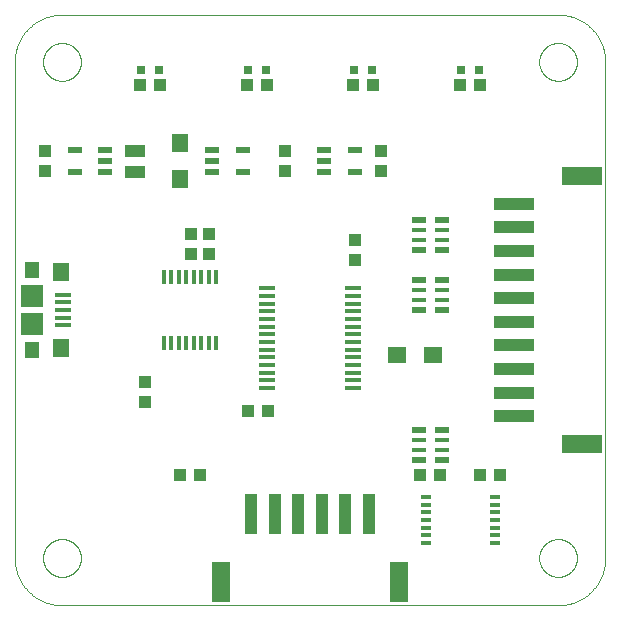
<source format=gtp>
G75*
%MOIN*%
%OFA0B0*%
%FSLAX25Y25*%
%IPPOS*%
%LPD*%
%AMOC8*
5,1,8,0,0,1.08239X$1,22.5*
%
%ADD10R,0.03937X0.04331*%
%ADD11R,0.03150X0.03150*%
%ADD12R,0.04331X0.03937*%
%ADD13R,0.06299X0.05512*%
%ADD14R,0.07008X0.04016*%
%ADD15R,0.05512X0.06299*%
%ADD16R,0.03543X0.01378*%
%ADD17R,0.04528X0.01732*%
%ADD18R,0.04528X0.02480*%
%ADD19R,0.05500X0.01370*%
%ADD20R,0.04724X0.02165*%
%ADD21R,0.01260X0.04961*%
%ADD22C,0.00000*%
%ADD23R,0.05118X0.05709*%
%ADD24R,0.07480X0.07480*%
%ADD25R,0.05315X0.01575*%
%ADD26R,0.13386X0.05906*%
%ADD27R,0.13780X0.03937*%
%ADD28R,0.05906X0.13386*%
%ADD29R,0.03937X0.13780*%
D10*
X0111197Y0106500D03*
X0117890Y0106500D03*
X0099543Y0130654D03*
X0099543Y0137346D03*
X0114856Y0180029D03*
X0120793Y0180029D03*
X0120793Y0186721D03*
X0114856Y0186721D03*
X0146165Y0207738D03*
X0146165Y0214431D03*
X0140126Y0236500D03*
X0133433Y0236500D03*
X0104594Y0236500D03*
X0097902Y0236500D03*
X0066165Y0214431D03*
X0066165Y0207738D03*
X0168965Y0236500D03*
X0175657Y0236500D03*
X0178043Y0214431D03*
X0178043Y0207738D03*
X0169543Y0184846D03*
X0169543Y0178154D03*
X0204492Y0236500D03*
X0211185Y0236500D03*
X0211197Y0106500D03*
X0217890Y0106500D03*
D11*
X0210791Y0241500D03*
X0204886Y0241500D03*
X0175264Y0241500D03*
X0169358Y0241500D03*
X0139732Y0241500D03*
X0133827Y0241500D03*
X0104201Y0241500D03*
X0098295Y0241500D03*
D12*
X0133697Y0127712D03*
X0140390Y0127712D03*
X0191197Y0106500D03*
X0197890Y0106500D03*
D13*
X0195449Y0146500D03*
X0183638Y0146500D03*
D14*
X0096165Y0207581D03*
X0096165Y0214589D03*
D15*
X0111165Y0216990D03*
X0111165Y0205179D03*
X0071472Y0174098D03*
X0071472Y0148902D03*
D16*
X0193028Y0099177D03*
X0193028Y0096618D03*
X0193028Y0094059D03*
X0193028Y0091500D03*
X0193028Y0088941D03*
X0193028Y0086382D03*
X0193028Y0083823D03*
X0216059Y0083823D03*
X0216059Y0086382D03*
X0216059Y0088941D03*
X0216059Y0091500D03*
X0216059Y0094059D03*
X0216059Y0096618D03*
X0216059Y0099177D03*
D17*
X0198382Y0114925D03*
X0198382Y0118075D03*
X0190705Y0118075D03*
X0190705Y0114925D03*
X0190705Y0164925D03*
X0190705Y0168075D03*
X0198382Y0168075D03*
X0198382Y0164925D03*
X0198382Y0184925D03*
X0198382Y0188075D03*
X0190705Y0188075D03*
X0190705Y0184925D03*
D18*
X0190705Y0181402D03*
X0198382Y0181402D03*
X0198382Y0171598D03*
X0190705Y0171598D03*
X0190705Y0161402D03*
X0198382Y0161402D03*
X0198382Y0191598D03*
X0190705Y0191598D03*
X0190705Y0121598D03*
X0198382Y0121598D03*
X0198382Y0111402D03*
X0190705Y0111402D03*
D19*
X0168937Y0135491D03*
X0168937Y0138050D03*
X0168937Y0140609D03*
X0168937Y0143168D03*
X0168937Y0145727D03*
X0168937Y0148286D03*
X0168937Y0150845D03*
X0168937Y0153405D03*
X0168937Y0155964D03*
X0168937Y0158523D03*
X0168937Y0161082D03*
X0168937Y0163641D03*
X0168937Y0166200D03*
X0168937Y0168759D03*
X0140150Y0168759D03*
X0140150Y0166200D03*
X0140150Y0163641D03*
X0140150Y0161082D03*
X0140150Y0158523D03*
X0140150Y0155964D03*
X0140150Y0153405D03*
X0140150Y0150845D03*
X0140150Y0148286D03*
X0140150Y0145727D03*
X0140150Y0143168D03*
X0140150Y0140609D03*
X0140150Y0138050D03*
X0140150Y0135491D03*
D20*
X0132161Y0207344D03*
X0121925Y0207344D03*
X0121925Y0211085D03*
X0121925Y0214825D03*
X0132161Y0214825D03*
X0159157Y0214825D03*
X0159157Y0211085D03*
X0159157Y0207344D03*
X0169394Y0207344D03*
X0169394Y0214825D03*
X0086283Y0214825D03*
X0086283Y0211085D03*
X0086283Y0207344D03*
X0076047Y0207344D03*
X0076047Y0214825D03*
D21*
X0105791Y0172441D03*
X0108291Y0172441D03*
X0110791Y0172441D03*
X0113291Y0172441D03*
X0115791Y0172441D03*
X0118291Y0172441D03*
X0120791Y0172441D03*
X0123291Y0172441D03*
X0123291Y0150559D03*
X0120791Y0150559D03*
X0118291Y0150559D03*
X0115791Y0150559D03*
X0113291Y0150559D03*
X0110791Y0150559D03*
X0108291Y0150559D03*
X0105791Y0150559D03*
D22*
X0071866Y0063075D02*
X0237220Y0063075D01*
X0230921Y0078823D02*
X0230923Y0078981D01*
X0230929Y0079139D01*
X0230939Y0079297D01*
X0230953Y0079455D01*
X0230971Y0079612D01*
X0230992Y0079769D01*
X0231018Y0079925D01*
X0231048Y0080081D01*
X0231081Y0080236D01*
X0231119Y0080389D01*
X0231160Y0080542D01*
X0231205Y0080694D01*
X0231254Y0080845D01*
X0231307Y0080994D01*
X0231363Y0081142D01*
X0231423Y0081288D01*
X0231487Y0081433D01*
X0231555Y0081576D01*
X0231626Y0081718D01*
X0231700Y0081858D01*
X0231778Y0081995D01*
X0231860Y0082131D01*
X0231944Y0082265D01*
X0232033Y0082396D01*
X0232124Y0082525D01*
X0232219Y0082652D01*
X0232316Y0082777D01*
X0232417Y0082899D01*
X0232521Y0083018D01*
X0232628Y0083135D01*
X0232738Y0083249D01*
X0232851Y0083360D01*
X0232966Y0083469D01*
X0233084Y0083574D01*
X0233205Y0083676D01*
X0233328Y0083776D01*
X0233454Y0083872D01*
X0233582Y0083965D01*
X0233712Y0084055D01*
X0233845Y0084141D01*
X0233980Y0084225D01*
X0234116Y0084304D01*
X0234255Y0084381D01*
X0234396Y0084453D01*
X0234538Y0084523D01*
X0234682Y0084588D01*
X0234828Y0084650D01*
X0234975Y0084708D01*
X0235124Y0084763D01*
X0235274Y0084814D01*
X0235425Y0084861D01*
X0235577Y0084904D01*
X0235730Y0084943D01*
X0235885Y0084979D01*
X0236040Y0085010D01*
X0236196Y0085038D01*
X0236352Y0085062D01*
X0236509Y0085082D01*
X0236667Y0085098D01*
X0236824Y0085110D01*
X0236983Y0085118D01*
X0237141Y0085122D01*
X0237299Y0085122D01*
X0237457Y0085118D01*
X0237616Y0085110D01*
X0237773Y0085098D01*
X0237931Y0085082D01*
X0238088Y0085062D01*
X0238244Y0085038D01*
X0238400Y0085010D01*
X0238555Y0084979D01*
X0238710Y0084943D01*
X0238863Y0084904D01*
X0239015Y0084861D01*
X0239166Y0084814D01*
X0239316Y0084763D01*
X0239465Y0084708D01*
X0239612Y0084650D01*
X0239758Y0084588D01*
X0239902Y0084523D01*
X0240044Y0084453D01*
X0240185Y0084381D01*
X0240324Y0084304D01*
X0240460Y0084225D01*
X0240595Y0084141D01*
X0240728Y0084055D01*
X0240858Y0083965D01*
X0240986Y0083872D01*
X0241112Y0083776D01*
X0241235Y0083676D01*
X0241356Y0083574D01*
X0241474Y0083469D01*
X0241589Y0083360D01*
X0241702Y0083249D01*
X0241812Y0083135D01*
X0241919Y0083018D01*
X0242023Y0082899D01*
X0242124Y0082777D01*
X0242221Y0082652D01*
X0242316Y0082525D01*
X0242407Y0082396D01*
X0242496Y0082265D01*
X0242580Y0082131D01*
X0242662Y0081995D01*
X0242740Y0081858D01*
X0242814Y0081718D01*
X0242885Y0081576D01*
X0242953Y0081433D01*
X0243017Y0081288D01*
X0243077Y0081142D01*
X0243133Y0080994D01*
X0243186Y0080845D01*
X0243235Y0080694D01*
X0243280Y0080542D01*
X0243321Y0080389D01*
X0243359Y0080236D01*
X0243392Y0080081D01*
X0243422Y0079925D01*
X0243448Y0079769D01*
X0243469Y0079612D01*
X0243487Y0079455D01*
X0243501Y0079297D01*
X0243511Y0079139D01*
X0243517Y0078981D01*
X0243519Y0078823D01*
X0243517Y0078665D01*
X0243511Y0078507D01*
X0243501Y0078349D01*
X0243487Y0078191D01*
X0243469Y0078034D01*
X0243448Y0077877D01*
X0243422Y0077721D01*
X0243392Y0077565D01*
X0243359Y0077410D01*
X0243321Y0077257D01*
X0243280Y0077104D01*
X0243235Y0076952D01*
X0243186Y0076801D01*
X0243133Y0076652D01*
X0243077Y0076504D01*
X0243017Y0076358D01*
X0242953Y0076213D01*
X0242885Y0076070D01*
X0242814Y0075928D01*
X0242740Y0075788D01*
X0242662Y0075651D01*
X0242580Y0075515D01*
X0242496Y0075381D01*
X0242407Y0075250D01*
X0242316Y0075121D01*
X0242221Y0074994D01*
X0242124Y0074869D01*
X0242023Y0074747D01*
X0241919Y0074628D01*
X0241812Y0074511D01*
X0241702Y0074397D01*
X0241589Y0074286D01*
X0241474Y0074177D01*
X0241356Y0074072D01*
X0241235Y0073970D01*
X0241112Y0073870D01*
X0240986Y0073774D01*
X0240858Y0073681D01*
X0240728Y0073591D01*
X0240595Y0073505D01*
X0240460Y0073421D01*
X0240324Y0073342D01*
X0240185Y0073265D01*
X0240044Y0073193D01*
X0239902Y0073123D01*
X0239758Y0073058D01*
X0239612Y0072996D01*
X0239465Y0072938D01*
X0239316Y0072883D01*
X0239166Y0072832D01*
X0239015Y0072785D01*
X0238863Y0072742D01*
X0238710Y0072703D01*
X0238555Y0072667D01*
X0238400Y0072636D01*
X0238244Y0072608D01*
X0238088Y0072584D01*
X0237931Y0072564D01*
X0237773Y0072548D01*
X0237616Y0072536D01*
X0237457Y0072528D01*
X0237299Y0072524D01*
X0237141Y0072524D01*
X0236983Y0072528D01*
X0236824Y0072536D01*
X0236667Y0072548D01*
X0236509Y0072564D01*
X0236352Y0072584D01*
X0236196Y0072608D01*
X0236040Y0072636D01*
X0235885Y0072667D01*
X0235730Y0072703D01*
X0235577Y0072742D01*
X0235425Y0072785D01*
X0235274Y0072832D01*
X0235124Y0072883D01*
X0234975Y0072938D01*
X0234828Y0072996D01*
X0234682Y0073058D01*
X0234538Y0073123D01*
X0234396Y0073193D01*
X0234255Y0073265D01*
X0234116Y0073342D01*
X0233980Y0073421D01*
X0233845Y0073505D01*
X0233712Y0073591D01*
X0233582Y0073681D01*
X0233454Y0073774D01*
X0233328Y0073870D01*
X0233205Y0073970D01*
X0233084Y0074072D01*
X0232966Y0074177D01*
X0232851Y0074286D01*
X0232738Y0074397D01*
X0232628Y0074511D01*
X0232521Y0074628D01*
X0232417Y0074747D01*
X0232316Y0074869D01*
X0232219Y0074994D01*
X0232124Y0075121D01*
X0232033Y0075250D01*
X0231944Y0075381D01*
X0231860Y0075515D01*
X0231778Y0075651D01*
X0231700Y0075788D01*
X0231626Y0075928D01*
X0231555Y0076070D01*
X0231487Y0076213D01*
X0231423Y0076358D01*
X0231363Y0076504D01*
X0231307Y0076652D01*
X0231254Y0076801D01*
X0231205Y0076952D01*
X0231160Y0077104D01*
X0231119Y0077257D01*
X0231081Y0077410D01*
X0231048Y0077565D01*
X0231018Y0077721D01*
X0230992Y0077877D01*
X0230971Y0078034D01*
X0230953Y0078191D01*
X0230939Y0078349D01*
X0230929Y0078507D01*
X0230923Y0078665D01*
X0230921Y0078823D01*
X0237220Y0063075D02*
X0237601Y0063080D01*
X0237981Y0063093D01*
X0238361Y0063116D01*
X0238740Y0063149D01*
X0239118Y0063190D01*
X0239495Y0063240D01*
X0239871Y0063300D01*
X0240246Y0063368D01*
X0240618Y0063446D01*
X0240989Y0063533D01*
X0241357Y0063628D01*
X0241723Y0063733D01*
X0242086Y0063846D01*
X0242447Y0063968D01*
X0242804Y0064098D01*
X0243158Y0064238D01*
X0243509Y0064385D01*
X0243856Y0064542D01*
X0244199Y0064706D01*
X0244538Y0064879D01*
X0244873Y0065060D01*
X0245204Y0065249D01*
X0245529Y0065446D01*
X0245850Y0065650D01*
X0246166Y0065863D01*
X0246476Y0066083D01*
X0246782Y0066310D01*
X0247081Y0066545D01*
X0247375Y0066787D01*
X0247663Y0067035D01*
X0247945Y0067291D01*
X0248220Y0067554D01*
X0248489Y0067823D01*
X0248752Y0068098D01*
X0249008Y0068380D01*
X0249256Y0068668D01*
X0249498Y0068962D01*
X0249733Y0069261D01*
X0249960Y0069567D01*
X0250180Y0069877D01*
X0250393Y0070193D01*
X0250597Y0070514D01*
X0250794Y0070839D01*
X0250983Y0071170D01*
X0251164Y0071505D01*
X0251337Y0071844D01*
X0251501Y0072187D01*
X0251658Y0072534D01*
X0251805Y0072885D01*
X0251945Y0073239D01*
X0252075Y0073596D01*
X0252197Y0073957D01*
X0252310Y0074320D01*
X0252415Y0074686D01*
X0252510Y0075054D01*
X0252597Y0075425D01*
X0252675Y0075797D01*
X0252743Y0076172D01*
X0252803Y0076548D01*
X0252853Y0076925D01*
X0252894Y0077303D01*
X0252927Y0077682D01*
X0252950Y0078062D01*
X0252963Y0078442D01*
X0252968Y0078823D01*
X0252969Y0078823D02*
X0252969Y0244177D01*
X0230921Y0244177D02*
X0230923Y0244335D01*
X0230929Y0244493D01*
X0230939Y0244651D01*
X0230953Y0244809D01*
X0230971Y0244966D01*
X0230992Y0245123D01*
X0231018Y0245279D01*
X0231048Y0245435D01*
X0231081Y0245590D01*
X0231119Y0245743D01*
X0231160Y0245896D01*
X0231205Y0246048D01*
X0231254Y0246199D01*
X0231307Y0246348D01*
X0231363Y0246496D01*
X0231423Y0246642D01*
X0231487Y0246787D01*
X0231555Y0246930D01*
X0231626Y0247072D01*
X0231700Y0247212D01*
X0231778Y0247349D01*
X0231860Y0247485D01*
X0231944Y0247619D01*
X0232033Y0247750D01*
X0232124Y0247879D01*
X0232219Y0248006D01*
X0232316Y0248131D01*
X0232417Y0248253D01*
X0232521Y0248372D01*
X0232628Y0248489D01*
X0232738Y0248603D01*
X0232851Y0248714D01*
X0232966Y0248823D01*
X0233084Y0248928D01*
X0233205Y0249030D01*
X0233328Y0249130D01*
X0233454Y0249226D01*
X0233582Y0249319D01*
X0233712Y0249409D01*
X0233845Y0249495D01*
X0233980Y0249579D01*
X0234116Y0249658D01*
X0234255Y0249735D01*
X0234396Y0249807D01*
X0234538Y0249877D01*
X0234682Y0249942D01*
X0234828Y0250004D01*
X0234975Y0250062D01*
X0235124Y0250117D01*
X0235274Y0250168D01*
X0235425Y0250215D01*
X0235577Y0250258D01*
X0235730Y0250297D01*
X0235885Y0250333D01*
X0236040Y0250364D01*
X0236196Y0250392D01*
X0236352Y0250416D01*
X0236509Y0250436D01*
X0236667Y0250452D01*
X0236824Y0250464D01*
X0236983Y0250472D01*
X0237141Y0250476D01*
X0237299Y0250476D01*
X0237457Y0250472D01*
X0237616Y0250464D01*
X0237773Y0250452D01*
X0237931Y0250436D01*
X0238088Y0250416D01*
X0238244Y0250392D01*
X0238400Y0250364D01*
X0238555Y0250333D01*
X0238710Y0250297D01*
X0238863Y0250258D01*
X0239015Y0250215D01*
X0239166Y0250168D01*
X0239316Y0250117D01*
X0239465Y0250062D01*
X0239612Y0250004D01*
X0239758Y0249942D01*
X0239902Y0249877D01*
X0240044Y0249807D01*
X0240185Y0249735D01*
X0240324Y0249658D01*
X0240460Y0249579D01*
X0240595Y0249495D01*
X0240728Y0249409D01*
X0240858Y0249319D01*
X0240986Y0249226D01*
X0241112Y0249130D01*
X0241235Y0249030D01*
X0241356Y0248928D01*
X0241474Y0248823D01*
X0241589Y0248714D01*
X0241702Y0248603D01*
X0241812Y0248489D01*
X0241919Y0248372D01*
X0242023Y0248253D01*
X0242124Y0248131D01*
X0242221Y0248006D01*
X0242316Y0247879D01*
X0242407Y0247750D01*
X0242496Y0247619D01*
X0242580Y0247485D01*
X0242662Y0247349D01*
X0242740Y0247212D01*
X0242814Y0247072D01*
X0242885Y0246930D01*
X0242953Y0246787D01*
X0243017Y0246642D01*
X0243077Y0246496D01*
X0243133Y0246348D01*
X0243186Y0246199D01*
X0243235Y0246048D01*
X0243280Y0245896D01*
X0243321Y0245743D01*
X0243359Y0245590D01*
X0243392Y0245435D01*
X0243422Y0245279D01*
X0243448Y0245123D01*
X0243469Y0244966D01*
X0243487Y0244809D01*
X0243501Y0244651D01*
X0243511Y0244493D01*
X0243517Y0244335D01*
X0243519Y0244177D01*
X0243517Y0244019D01*
X0243511Y0243861D01*
X0243501Y0243703D01*
X0243487Y0243545D01*
X0243469Y0243388D01*
X0243448Y0243231D01*
X0243422Y0243075D01*
X0243392Y0242919D01*
X0243359Y0242764D01*
X0243321Y0242611D01*
X0243280Y0242458D01*
X0243235Y0242306D01*
X0243186Y0242155D01*
X0243133Y0242006D01*
X0243077Y0241858D01*
X0243017Y0241712D01*
X0242953Y0241567D01*
X0242885Y0241424D01*
X0242814Y0241282D01*
X0242740Y0241142D01*
X0242662Y0241005D01*
X0242580Y0240869D01*
X0242496Y0240735D01*
X0242407Y0240604D01*
X0242316Y0240475D01*
X0242221Y0240348D01*
X0242124Y0240223D01*
X0242023Y0240101D01*
X0241919Y0239982D01*
X0241812Y0239865D01*
X0241702Y0239751D01*
X0241589Y0239640D01*
X0241474Y0239531D01*
X0241356Y0239426D01*
X0241235Y0239324D01*
X0241112Y0239224D01*
X0240986Y0239128D01*
X0240858Y0239035D01*
X0240728Y0238945D01*
X0240595Y0238859D01*
X0240460Y0238775D01*
X0240324Y0238696D01*
X0240185Y0238619D01*
X0240044Y0238547D01*
X0239902Y0238477D01*
X0239758Y0238412D01*
X0239612Y0238350D01*
X0239465Y0238292D01*
X0239316Y0238237D01*
X0239166Y0238186D01*
X0239015Y0238139D01*
X0238863Y0238096D01*
X0238710Y0238057D01*
X0238555Y0238021D01*
X0238400Y0237990D01*
X0238244Y0237962D01*
X0238088Y0237938D01*
X0237931Y0237918D01*
X0237773Y0237902D01*
X0237616Y0237890D01*
X0237457Y0237882D01*
X0237299Y0237878D01*
X0237141Y0237878D01*
X0236983Y0237882D01*
X0236824Y0237890D01*
X0236667Y0237902D01*
X0236509Y0237918D01*
X0236352Y0237938D01*
X0236196Y0237962D01*
X0236040Y0237990D01*
X0235885Y0238021D01*
X0235730Y0238057D01*
X0235577Y0238096D01*
X0235425Y0238139D01*
X0235274Y0238186D01*
X0235124Y0238237D01*
X0234975Y0238292D01*
X0234828Y0238350D01*
X0234682Y0238412D01*
X0234538Y0238477D01*
X0234396Y0238547D01*
X0234255Y0238619D01*
X0234116Y0238696D01*
X0233980Y0238775D01*
X0233845Y0238859D01*
X0233712Y0238945D01*
X0233582Y0239035D01*
X0233454Y0239128D01*
X0233328Y0239224D01*
X0233205Y0239324D01*
X0233084Y0239426D01*
X0232966Y0239531D01*
X0232851Y0239640D01*
X0232738Y0239751D01*
X0232628Y0239865D01*
X0232521Y0239982D01*
X0232417Y0240101D01*
X0232316Y0240223D01*
X0232219Y0240348D01*
X0232124Y0240475D01*
X0232033Y0240604D01*
X0231944Y0240735D01*
X0231860Y0240869D01*
X0231778Y0241005D01*
X0231700Y0241142D01*
X0231626Y0241282D01*
X0231555Y0241424D01*
X0231487Y0241567D01*
X0231423Y0241712D01*
X0231363Y0241858D01*
X0231307Y0242006D01*
X0231254Y0242155D01*
X0231205Y0242306D01*
X0231160Y0242458D01*
X0231119Y0242611D01*
X0231081Y0242764D01*
X0231048Y0242919D01*
X0231018Y0243075D01*
X0230992Y0243231D01*
X0230971Y0243388D01*
X0230953Y0243545D01*
X0230939Y0243703D01*
X0230929Y0243861D01*
X0230923Y0244019D01*
X0230921Y0244177D01*
X0237220Y0259925D02*
X0237601Y0259920D01*
X0237981Y0259907D01*
X0238361Y0259884D01*
X0238740Y0259851D01*
X0239118Y0259810D01*
X0239495Y0259760D01*
X0239871Y0259700D01*
X0240246Y0259632D01*
X0240618Y0259554D01*
X0240989Y0259467D01*
X0241357Y0259372D01*
X0241723Y0259267D01*
X0242086Y0259154D01*
X0242447Y0259032D01*
X0242804Y0258902D01*
X0243158Y0258762D01*
X0243509Y0258615D01*
X0243856Y0258458D01*
X0244199Y0258294D01*
X0244538Y0258121D01*
X0244873Y0257940D01*
X0245204Y0257751D01*
X0245529Y0257554D01*
X0245850Y0257350D01*
X0246166Y0257137D01*
X0246476Y0256917D01*
X0246782Y0256690D01*
X0247081Y0256455D01*
X0247375Y0256213D01*
X0247663Y0255965D01*
X0247945Y0255709D01*
X0248220Y0255446D01*
X0248489Y0255177D01*
X0248752Y0254902D01*
X0249008Y0254620D01*
X0249256Y0254332D01*
X0249498Y0254038D01*
X0249733Y0253739D01*
X0249960Y0253433D01*
X0250180Y0253123D01*
X0250393Y0252807D01*
X0250597Y0252486D01*
X0250794Y0252161D01*
X0250983Y0251830D01*
X0251164Y0251495D01*
X0251337Y0251156D01*
X0251501Y0250813D01*
X0251658Y0250466D01*
X0251805Y0250115D01*
X0251945Y0249761D01*
X0252075Y0249404D01*
X0252197Y0249043D01*
X0252310Y0248680D01*
X0252415Y0248314D01*
X0252510Y0247946D01*
X0252597Y0247575D01*
X0252675Y0247203D01*
X0252743Y0246828D01*
X0252803Y0246452D01*
X0252853Y0246075D01*
X0252894Y0245697D01*
X0252927Y0245318D01*
X0252950Y0244938D01*
X0252963Y0244558D01*
X0252968Y0244177D01*
X0237220Y0259925D02*
X0071866Y0259925D01*
X0065567Y0244177D02*
X0065569Y0244335D01*
X0065575Y0244493D01*
X0065585Y0244651D01*
X0065599Y0244809D01*
X0065617Y0244966D01*
X0065638Y0245123D01*
X0065664Y0245279D01*
X0065694Y0245435D01*
X0065727Y0245590D01*
X0065765Y0245743D01*
X0065806Y0245896D01*
X0065851Y0246048D01*
X0065900Y0246199D01*
X0065953Y0246348D01*
X0066009Y0246496D01*
X0066069Y0246642D01*
X0066133Y0246787D01*
X0066201Y0246930D01*
X0066272Y0247072D01*
X0066346Y0247212D01*
X0066424Y0247349D01*
X0066506Y0247485D01*
X0066590Y0247619D01*
X0066679Y0247750D01*
X0066770Y0247879D01*
X0066865Y0248006D01*
X0066962Y0248131D01*
X0067063Y0248253D01*
X0067167Y0248372D01*
X0067274Y0248489D01*
X0067384Y0248603D01*
X0067497Y0248714D01*
X0067612Y0248823D01*
X0067730Y0248928D01*
X0067851Y0249030D01*
X0067974Y0249130D01*
X0068100Y0249226D01*
X0068228Y0249319D01*
X0068358Y0249409D01*
X0068491Y0249495D01*
X0068626Y0249579D01*
X0068762Y0249658D01*
X0068901Y0249735D01*
X0069042Y0249807D01*
X0069184Y0249877D01*
X0069328Y0249942D01*
X0069474Y0250004D01*
X0069621Y0250062D01*
X0069770Y0250117D01*
X0069920Y0250168D01*
X0070071Y0250215D01*
X0070223Y0250258D01*
X0070376Y0250297D01*
X0070531Y0250333D01*
X0070686Y0250364D01*
X0070842Y0250392D01*
X0070998Y0250416D01*
X0071155Y0250436D01*
X0071313Y0250452D01*
X0071470Y0250464D01*
X0071629Y0250472D01*
X0071787Y0250476D01*
X0071945Y0250476D01*
X0072103Y0250472D01*
X0072262Y0250464D01*
X0072419Y0250452D01*
X0072577Y0250436D01*
X0072734Y0250416D01*
X0072890Y0250392D01*
X0073046Y0250364D01*
X0073201Y0250333D01*
X0073356Y0250297D01*
X0073509Y0250258D01*
X0073661Y0250215D01*
X0073812Y0250168D01*
X0073962Y0250117D01*
X0074111Y0250062D01*
X0074258Y0250004D01*
X0074404Y0249942D01*
X0074548Y0249877D01*
X0074690Y0249807D01*
X0074831Y0249735D01*
X0074970Y0249658D01*
X0075106Y0249579D01*
X0075241Y0249495D01*
X0075374Y0249409D01*
X0075504Y0249319D01*
X0075632Y0249226D01*
X0075758Y0249130D01*
X0075881Y0249030D01*
X0076002Y0248928D01*
X0076120Y0248823D01*
X0076235Y0248714D01*
X0076348Y0248603D01*
X0076458Y0248489D01*
X0076565Y0248372D01*
X0076669Y0248253D01*
X0076770Y0248131D01*
X0076867Y0248006D01*
X0076962Y0247879D01*
X0077053Y0247750D01*
X0077142Y0247619D01*
X0077226Y0247485D01*
X0077308Y0247349D01*
X0077386Y0247212D01*
X0077460Y0247072D01*
X0077531Y0246930D01*
X0077599Y0246787D01*
X0077663Y0246642D01*
X0077723Y0246496D01*
X0077779Y0246348D01*
X0077832Y0246199D01*
X0077881Y0246048D01*
X0077926Y0245896D01*
X0077967Y0245743D01*
X0078005Y0245590D01*
X0078038Y0245435D01*
X0078068Y0245279D01*
X0078094Y0245123D01*
X0078115Y0244966D01*
X0078133Y0244809D01*
X0078147Y0244651D01*
X0078157Y0244493D01*
X0078163Y0244335D01*
X0078165Y0244177D01*
X0078163Y0244019D01*
X0078157Y0243861D01*
X0078147Y0243703D01*
X0078133Y0243545D01*
X0078115Y0243388D01*
X0078094Y0243231D01*
X0078068Y0243075D01*
X0078038Y0242919D01*
X0078005Y0242764D01*
X0077967Y0242611D01*
X0077926Y0242458D01*
X0077881Y0242306D01*
X0077832Y0242155D01*
X0077779Y0242006D01*
X0077723Y0241858D01*
X0077663Y0241712D01*
X0077599Y0241567D01*
X0077531Y0241424D01*
X0077460Y0241282D01*
X0077386Y0241142D01*
X0077308Y0241005D01*
X0077226Y0240869D01*
X0077142Y0240735D01*
X0077053Y0240604D01*
X0076962Y0240475D01*
X0076867Y0240348D01*
X0076770Y0240223D01*
X0076669Y0240101D01*
X0076565Y0239982D01*
X0076458Y0239865D01*
X0076348Y0239751D01*
X0076235Y0239640D01*
X0076120Y0239531D01*
X0076002Y0239426D01*
X0075881Y0239324D01*
X0075758Y0239224D01*
X0075632Y0239128D01*
X0075504Y0239035D01*
X0075374Y0238945D01*
X0075241Y0238859D01*
X0075106Y0238775D01*
X0074970Y0238696D01*
X0074831Y0238619D01*
X0074690Y0238547D01*
X0074548Y0238477D01*
X0074404Y0238412D01*
X0074258Y0238350D01*
X0074111Y0238292D01*
X0073962Y0238237D01*
X0073812Y0238186D01*
X0073661Y0238139D01*
X0073509Y0238096D01*
X0073356Y0238057D01*
X0073201Y0238021D01*
X0073046Y0237990D01*
X0072890Y0237962D01*
X0072734Y0237938D01*
X0072577Y0237918D01*
X0072419Y0237902D01*
X0072262Y0237890D01*
X0072103Y0237882D01*
X0071945Y0237878D01*
X0071787Y0237878D01*
X0071629Y0237882D01*
X0071470Y0237890D01*
X0071313Y0237902D01*
X0071155Y0237918D01*
X0070998Y0237938D01*
X0070842Y0237962D01*
X0070686Y0237990D01*
X0070531Y0238021D01*
X0070376Y0238057D01*
X0070223Y0238096D01*
X0070071Y0238139D01*
X0069920Y0238186D01*
X0069770Y0238237D01*
X0069621Y0238292D01*
X0069474Y0238350D01*
X0069328Y0238412D01*
X0069184Y0238477D01*
X0069042Y0238547D01*
X0068901Y0238619D01*
X0068762Y0238696D01*
X0068626Y0238775D01*
X0068491Y0238859D01*
X0068358Y0238945D01*
X0068228Y0239035D01*
X0068100Y0239128D01*
X0067974Y0239224D01*
X0067851Y0239324D01*
X0067730Y0239426D01*
X0067612Y0239531D01*
X0067497Y0239640D01*
X0067384Y0239751D01*
X0067274Y0239865D01*
X0067167Y0239982D01*
X0067063Y0240101D01*
X0066962Y0240223D01*
X0066865Y0240348D01*
X0066770Y0240475D01*
X0066679Y0240604D01*
X0066590Y0240735D01*
X0066506Y0240869D01*
X0066424Y0241005D01*
X0066346Y0241142D01*
X0066272Y0241282D01*
X0066201Y0241424D01*
X0066133Y0241567D01*
X0066069Y0241712D01*
X0066009Y0241858D01*
X0065953Y0242006D01*
X0065900Y0242155D01*
X0065851Y0242306D01*
X0065806Y0242458D01*
X0065765Y0242611D01*
X0065727Y0242764D01*
X0065694Y0242919D01*
X0065664Y0243075D01*
X0065638Y0243231D01*
X0065617Y0243388D01*
X0065599Y0243545D01*
X0065585Y0243703D01*
X0065575Y0243861D01*
X0065569Y0244019D01*
X0065567Y0244177D01*
X0056118Y0244177D02*
X0056123Y0244558D01*
X0056136Y0244938D01*
X0056159Y0245318D01*
X0056192Y0245697D01*
X0056233Y0246075D01*
X0056283Y0246452D01*
X0056343Y0246828D01*
X0056411Y0247203D01*
X0056489Y0247575D01*
X0056576Y0247946D01*
X0056671Y0248314D01*
X0056776Y0248680D01*
X0056889Y0249043D01*
X0057011Y0249404D01*
X0057141Y0249761D01*
X0057281Y0250115D01*
X0057428Y0250466D01*
X0057585Y0250813D01*
X0057749Y0251156D01*
X0057922Y0251495D01*
X0058103Y0251830D01*
X0058292Y0252161D01*
X0058489Y0252486D01*
X0058693Y0252807D01*
X0058906Y0253123D01*
X0059126Y0253433D01*
X0059353Y0253739D01*
X0059588Y0254038D01*
X0059830Y0254332D01*
X0060078Y0254620D01*
X0060334Y0254902D01*
X0060597Y0255177D01*
X0060866Y0255446D01*
X0061141Y0255709D01*
X0061423Y0255965D01*
X0061711Y0256213D01*
X0062005Y0256455D01*
X0062304Y0256690D01*
X0062610Y0256917D01*
X0062920Y0257137D01*
X0063236Y0257350D01*
X0063557Y0257554D01*
X0063882Y0257751D01*
X0064213Y0257940D01*
X0064548Y0258121D01*
X0064887Y0258294D01*
X0065230Y0258458D01*
X0065577Y0258615D01*
X0065928Y0258762D01*
X0066282Y0258902D01*
X0066639Y0259032D01*
X0067000Y0259154D01*
X0067363Y0259267D01*
X0067729Y0259372D01*
X0068097Y0259467D01*
X0068468Y0259554D01*
X0068840Y0259632D01*
X0069215Y0259700D01*
X0069591Y0259760D01*
X0069968Y0259810D01*
X0070346Y0259851D01*
X0070725Y0259884D01*
X0071105Y0259907D01*
X0071485Y0259920D01*
X0071866Y0259925D01*
X0056118Y0244177D02*
X0056118Y0078823D01*
X0065567Y0078823D02*
X0065569Y0078981D01*
X0065575Y0079139D01*
X0065585Y0079297D01*
X0065599Y0079455D01*
X0065617Y0079612D01*
X0065638Y0079769D01*
X0065664Y0079925D01*
X0065694Y0080081D01*
X0065727Y0080236D01*
X0065765Y0080389D01*
X0065806Y0080542D01*
X0065851Y0080694D01*
X0065900Y0080845D01*
X0065953Y0080994D01*
X0066009Y0081142D01*
X0066069Y0081288D01*
X0066133Y0081433D01*
X0066201Y0081576D01*
X0066272Y0081718D01*
X0066346Y0081858D01*
X0066424Y0081995D01*
X0066506Y0082131D01*
X0066590Y0082265D01*
X0066679Y0082396D01*
X0066770Y0082525D01*
X0066865Y0082652D01*
X0066962Y0082777D01*
X0067063Y0082899D01*
X0067167Y0083018D01*
X0067274Y0083135D01*
X0067384Y0083249D01*
X0067497Y0083360D01*
X0067612Y0083469D01*
X0067730Y0083574D01*
X0067851Y0083676D01*
X0067974Y0083776D01*
X0068100Y0083872D01*
X0068228Y0083965D01*
X0068358Y0084055D01*
X0068491Y0084141D01*
X0068626Y0084225D01*
X0068762Y0084304D01*
X0068901Y0084381D01*
X0069042Y0084453D01*
X0069184Y0084523D01*
X0069328Y0084588D01*
X0069474Y0084650D01*
X0069621Y0084708D01*
X0069770Y0084763D01*
X0069920Y0084814D01*
X0070071Y0084861D01*
X0070223Y0084904D01*
X0070376Y0084943D01*
X0070531Y0084979D01*
X0070686Y0085010D01*
X0070842Y0085038D01*
X0070998Y0085062D01*
X0071155Y0085082D01*
X0071313Y0085098D01*
X0071470Y0085110D01*
X0071629Y0085118D01*
X0071787Y0085122D01*
X0071945Y0085122D01*
X0072103Y0085118D01*
X0072262Y0085110D01*
X0072419Y0085098D01*
X0072577Y0085082D01*
X0072734Y0085062D01*
X0072890Y0085038D01*
X0073046Y0085010D01*
X0073201Y0084979D01*
X0073356Y0084943D01*
X0073509Y0084904D01*
X0073661Y0084861D01*
X0073812Y0084814D01*
X0073962Y0084763D01*
X0074111Y0084708D01*
X0074258Y0084650D01*
X0074404Y0084588D01*
X0074548Y0084523D01*
X0074690Y0084453D01*
X0074831Y0084381D01*
X0074970Y0084304D01*
X0075106Y0084225D01*
X0075241Y0084141D01*
X0075374Y0084055D01*
X0075504Y0083965D01*
X0075632Y0083872D01*
X0075758Y0083776D01*
X0075881Y0083676D01*
X0076002Y0083574D01*
X0076120Y0083469D01*
X0076235Y0083360D01*
X0076348Y0083249D01*
X0076458Y0083135D01*
X0076565Y0083018D01*
X0076669Y0082899D01*
X0076770Y0082777D01*
X0076867Y0082652D01*
X0076962Y0082525D01*
X0077053Y0082396D01*
X0077142Y0082265D01*
X0077226Y0082131D01*
X0077308Y0081995D01*
X0077386Y0081858D01*
X0077460Y0081718D01*
X0077531Y0081576D01*
X0077599Y0081433D01*
X0077663Y0081288D01*
X0077723Y0081142D01*
X0077779Y0080994D01*
X0077832Y0080845D01*
X0077881Y0080694D01*
X0077926Y0080542D01*
X0077967Y0080389D01*
X0078005Y0080236D01*
X0078038Y0080081D01*
X0078068Y0079925D01*
X0078094Y0079769D01*
X0078115Y0079612D01*
X0078133Y0079455D01*
X0078147Y0079297D01*
X0078157Y0079139D01*
X0078163Y0078981D01*
X0078165Y0078823D01*
X0078163Y0078665D01*
X0078157Y0078507D01*
X0078147Y0078349D01*
X0078133Y0078191D01*
X0078115Y0078034D01*
X0078094Y0077877D01*
X0078068Y0077721D01*
X0078038Y0077565D01*
X0078005Y0077410D01*
X0077967Y0077257D01*
X0077926Y0077104D01*
X0077881Y0076952D01*
X0077832Y0076801D01*
X0077779Y0076652D01*
X0077723Y0076504D01*
X0077663Y0076358D01*
X0077599Y0076213D01*
X0077531Y0076070D01*
X0077460Y0075928D01*
X0077386Y0075788D01*
X0077308Y0075651D01*
X0077226Y0075515D01*
X0077142Y0075381D01*
X0077053Y0075250D01*
X0076962Y0075121D01*
X0076867Y0074994D01*
X0076770Y0074869D01*
X0076669Y0074747D01*
X0076565Y0074628D01*
X0076458Y0074511D01*
X0076348Y0074397D01*
X0076235Y0074286D01*
X0076120Y0074177D01*
X0076002Y0074072D01*
X0075881Y0073970D01*
X0075758Y0073870D01*
X0075632Y0073774D01*
X0075504Y0073681D01*
X0075374Y0073591D01*
X0075241Y0073505D01*
X0075106Y0073421D01*
X0074970Y0073342D01*
X0074831Y0073265D01*
X0074690Y0073193D01*
X0074548Y0073123D01*
X0074404Y0073058D01*
X0074258Y0072996D01*
X0074111Y0072938D01*
X0073962Y0072883D01*
X0073812Y0072832D01*
X0073661Y0072785D01*
X0073509Y0072742D01*
X0073356Y0072703D01*
X0073201Y0072667D01*
X0073046Y0072636D01*
X0072890Y0072608D01*
X0072734Y0072584D01*
X0072577Y0072564D01*
X0072419Y0072548D01*
X0072262Y0072536D01*
X0072103Y0072528D01*
X0071945Y0072524D01*
X0071787Y0072524D01*
X0071629Y0072528D01*
X0071470Y0072536D01*
X0071313Y0072548D01*
X0071155Y0072564D01*
X0070998Y0072584D01*
X0070842Y0072608D01*
X0070686Y0072636D01*
X0070531Y0072667D01*
X0070376Y0072703D01*
X0070223Y0072742D01*
X0070071Y0072785D01*
X0069920Y0072832D01*
X0069770Y0072883D01*
X0069621Y0072938D01*
X0069474Y0072996D01*
X0069328Y0073058D01*
X0069184Y0073123D01*
X0069042Y0073193D01*
X0068901Y0073265D01*
X0068762Y0073342D01*
X0068626Y0073421D01*
X0068491Y0073505D01*
X0068358Y0073591D01*
X0068228Y0073681D01*
X0068100Y0073774D01*
X0067974Y0073870D01*
X0067851Y0073970D01*
X0067730Y0074072D01*
X0067612Y0074177D01*
X0067497Y0074286D01*
X0067384Y0074397D01*
X0067274Y0074511D01*
X0067167Y0074628D01*
X0067063Y0074747D01*
X0066962Y0074869D01*
X0066865Y0074994D01*
X0066770Y0075121D01*
X0066679Y0075250D01*
X0066590Y0075381D01*
X0066506Y0075515D01*
X0066424Y0075651D01*
X0066346Y0075788D01*
X0066272Y0075928D01*
X0066201Y0076070D01*
X0066133Y0076213D01*
X0066069Y0076358D01*
X0066009Y0076504D01*
X0065953Y0076652D01*
X0065900Y0076801D01*
X0065851Y0076952D01*
X0065806Y0077104D01*
X0065765Y0077257D01*
X0065727Y0077410D01*
X0065694Y0077565D01*
X0065664Y0077721D01*
X0065638Y0077877D01*
X0065617Y0078034D01*
X0065599Y0078191D01*
X0065585Y0078349D01*
X0065575Y0078507D01*
X0065569Y0078665D01*
X0065567Y0078823D01*
X0056118Y0078823D02*
X0056123Y0078442D01*
X0056136Y0078062D01*
X0056159Y0077682D01*
X0056192Y0077303D01*
X0056233Y0076925D01*
X0056283Y0076548D01*
X0056343Y0076172D01*
X0056411Y0075797D01*
X0056489Y0075425D01*
X0056576Y0075054D01*
X0056671Y0074686D01*
X0056776Y0074320D01*
X0056889Y0073957D01*
X0057011Y0073596D01*
X0057141Y0073239D01*
X0057281Y0072885D01*
X0057428Y0072534D01*
X0057585Y0072187D01*
X0057749Y0071844D01*
X0057922Y0071505D01*
X0058103Y0071170D01*
X0058292Y0070839D01*
X0058489Y0070514D01*
X0058693Y0070193D01*
X0058906Y0069877D01*
X0059126Y0069567D01*
X0059353Y0069261D01*
X0059588Y0068962D01*
X0059830Y0068668D01*
X0060078Y0068380D01*
X0060334Y0068098D01*
X0060597Y0067823D01*
X0060866Y0067554D01*
X0061141Y0067291D01*
X0061423Y0067035D01*
X0061711Y0066787D01*
X0062005Y0066545D01*
X0062304Y0066310D01*
X0062610Y0066083D01*
X0062920Y0065863D01*
X0063236Y0065650D01*
X0063557Y0065446D01*
X0063882Y0065249D01*
X0064213Y0065060D01*
X0064548Y0064879D01*
X0064887Y0064706D01*
X0065230Y0064542D01*
X0065577Y0064385D01*
X0065928Y0064238D01*
X0066282Y0064098D01*
X0066639Y0063968D01*
X0067000Y0063846D01*
X0067363Y0063733D01*
X0067729Y0063628D01*
X0068097Y0063533D01*
X0068468Y0063446D01*
X0068840Y0063368D01*
X0069215Y0063300D01*
X0069591Y0063240D01*
X0069968Y0063190D01*
X0070346Y0063149D01*
X0070725Y0063116D01*
X0071105Y0063093D01*
X0071485Y0063080D01*
X0071866Y0063075D01*
D23*
X0061827Y0148016D03*
X0061827Y0174984D03*
D24*
X0061827Y0166224D03*
X0061827Y0156776D03*
D25*
X0072358Y0156382D03*
X0072358Y0158941D03*
X0072358Y0161500D03*
X0072358Y0164059D03*
X0072358Y0166618D03*
D26*
X0245094Y0206185D03*
X0245094Y0116815D03*
D27*
X0222457Y0126067D03*
X0222457Y0133941D03*
X0222457Y0141815D03*
X0222457Y0149689D03*
X0222457Y0157563D03*
X0222457Y0165437D03*
X0222457Y0173311D03*
X0222457Y0181185D03*
X0222457Y0189059D03*
X0222457Y0196933D03*
D28*
X0184228Y0070949D03*
X0124858Y0070949D03*
D29*
X0134858Y0093587D03*
X0142732Y0093587D03*
X0150606Y0093587D03*
X0158480Y0093587D03*
X0166354Y0093587D03*
X0174228Y0093587D03*
M02*

</source>
